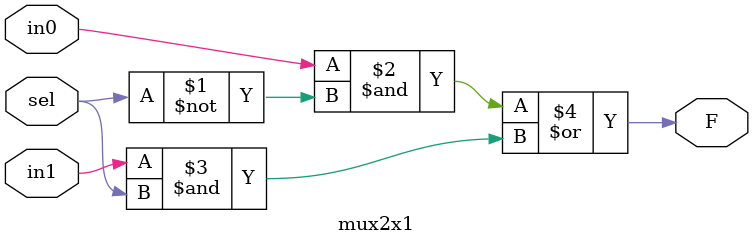
<source format=v>
`ifndef MUX2X1_DATAFLOW_V
`define MUX2X1_DATAFLOW_V

module mux2x1 (
    input wire in0,
    input wire in1,
    input wire sel,
    output wire F
);
    
    //dataflow
    assign F = in0&~sel | in1&sel;

endmodule

`endif
</source>
